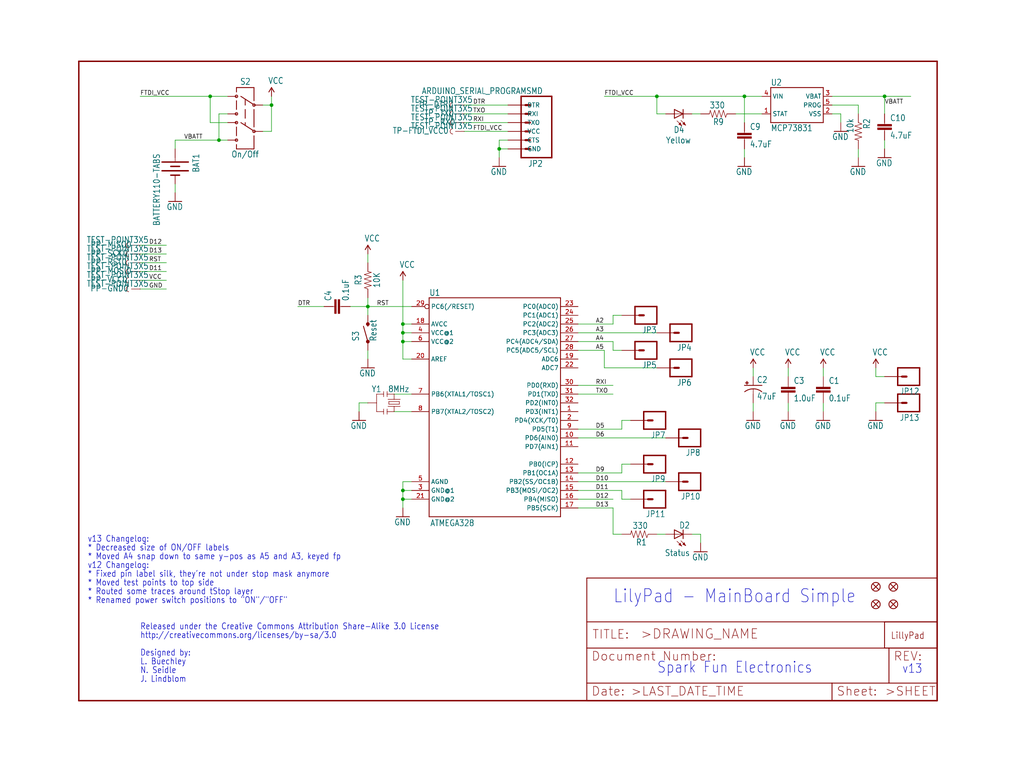
<source format=kicad_sch>
(kicad_sch (version 20211123) (generator eeschema)
  (paper "User" 297.002 223.926)
  (lib_symbols
    (symbol "eagleSchem-eagle-import:ARDUINO_SERIAL_PROGRAMSMD"
      (property "Reference" "JP" (at -5.08 10.922 0))
      (property "Value" "ARDUINO_SERIAL_PROGRAMSMD" (at -5.08 -10.16 0))
      (symbol "ARDUINO_SERIAL_PROGRAMSMD_1_0"
        (polyline (pts (xy -7.62 10.16) (xy -7.62 -7.62)) (stroke (width 0.4064)))
        (polyline (pts (xy -7.62 10.16) (xy 1.27 10.16)) (stroke (width 0.4064)))
        (polyline (pts (xy -1.27 -5.08) (xy 0 -5.08)) (stroke (width 0.6096)))
        (polyline (pts (xy -1.27 -2.54) (xy 0 -2.54)) (stroke (width 0.6096)))
        (polyline (pts (xy -1.27 0) (xy 0 0)) (stroke (width 0.6096)))
        (polyline (pts (xy -1.27 2.54) (xy 0 2.54)) (stroke (width 0.6096)))
        (polyline (pts (xy -1.27 5.08) (xy 0 5.08)) (stroke (width 0.6096)))
        (polyline (pts (xy -1.27 7.62) (xy 0 7.62)) (stroke (width 0.6096)))
        (polyline (pts (xy 1.27 -7.62) (xy -7.62 -7.62)) (stroke (width 0.4064)))
        (polyline (pts (xy 1.27 -7.62) (xy 1.27 10.16)) (stroke (width 0.4064)))
        (pin passive line (at 5.08 -5.08 180) (length 5.08) (name "DTR") (number "1"))
        (pin passive line (at 5.08 -2.54 180) (length 5.08) (name "RXI") (number "2"))
        (pin passive line (at 5.08 0 180) (length 5.08) (name "TXO") (number "3"))
        (pin passive line (at 5.08 2.54 180) (length 5.08) (name "VCC") (number "4"))
        (pin passive line (at 5.08 5.08 180) (length 5.08) (name "CTS") (number "5"))
        (pin passive line (at 5.08 7.62 180) (length 5.08) (name "GND") (number "6"))
      )
    )
    (symbol "eagleSchem-eagle-import:ATMEGA168"
      (property "Reference" "U" (at -17.78 -38.1 0))
      (property "Value" "ATMEGA168" (at -17.78 28.448 0))
      (symbol "ATMEGA168_1_0"
        (polyline (pts (xy -17.78 -35.56) (xy -17.78 27.94)) (stroke (width 0.254)))
        (polyline (pts (xy -17.78 27.94) (xy 20.32 27.94)) (stroke (width 0.254)))
        (polyline (pts (xy 20.32 -35.56) (xy -17.78 -35.56)) (stroke (width 0.254)))
        (polyline (pts (xy 20.32 27.94) (xy 20.32 -35.56)) (stroke (width 0.254)))
        (pin bidirectional line (at 25.4 -5.08 180) (length 5.08) (name "PD3(INT1)") (number "1"))
        (pin bidirectional line (at 25.4 -12.7 180) (length 5.08) (name "PD6(AIN0)") (number "10"))
        (pin bidirectional line (at 25.4 -15.24 180) (length 5.08) (name "PD7(AIN1)") (number "11"))
        (pin bidirectional line (at 25.4 -20.32 180) (length 5.08) (name "PB0(ICP)") (number "12"))
        (pin bidirectional line (at 25.4 -22.86 180) (length 5.08) (name "PB1(OC1A)") (number "13"))
        (pin bidirectional line (at 25.4 -25.4 180) (length 5.08) (name "PB2(SS/OC1B)") (number "14"))
        (pin bidirectional line (at 25.4 -27.94 180) (length 5.08) (name "PB3(MOSI/OC2)") (number "15"))
        (pin bidirectional line (at 25.4 -30.48 180) (length 5.08) (name "PB4(MISO)") (number "16"))
        (pin bidirectional line (at 25.4 -33.02 180) (length 5.08) (name "PB5(SCK)") (number "17"))
        (pin bidirectional line (at -22.86 20.32 0) (length 5.08) (name "AVCC") (number "18"))
        (pin bidirectional line (at 25.4 10.16 180) (length 5.08) (name "ADC6") (number "19"))
        (pin bidirectional line (at 25.4 -7.62 180) (length 5.08) (name "PD4(XCK/T0)") (number "2"))
        (pin bidirectional line (at -22.86 10.16 0) (length 5.08) (name "AREF") (number "20"))
        (pin bidirectional line (at -22.86 -30.48 0) (length 5.08) (name "GND@2") (number "21"))
        (pin bidirectional line (at 25.4 7.62 180) (length 5.08) (name "ADC7") (number "22"))
        (pin bidirectional line (at 25.4 25.4 180) (length 5.08) (name "PC0(ADC0)") (number "23"))
        (pin bidirectional line (at 25.4 22.86 180) (length 5.08) (name "PC1(ADC1)") (number "24"))
        (pin bidirectional line (at 25.4 20.32 180) (length 5.08) (name "PC2(ADC2)") (number "25"))
        (pin bidirectional line (at 25.4 17.78 180) (length 5.08) (name "PC3(ADC3)") (number "26"))
        (pin bidirectional line (at 25.4 15.24 180) (length 5.08) (name "PC4(ADC4/SDA)") (number "27"))
        (pin bidirectional line (at 25.4 12.7 180) (length 5.08) (name "PC5(ADC5/SCL)") (number "28"))
        (pin bidirectional inverted (at -22.86 25.4 0) (length 5.08) (name "PC6(/RESET)") (number "29"))
        (pin bidirectional line (at -22.86 -27.94 0) (length 5.08) (name "GND@1") (number "3"))
        (pin bidirectional line (at 25.4 2.54 180) (length 5.08) (name "PD0(RXD)") (number "30"))
        (pin bidirectional line (at 25.4 0 180) (length 5.08) (name "PD1(TXD)") (number "31"))
        (pin bidirectional line (at 25.4 -2.54 180) (length 5.08) (name "PD2(INT0)") (number "32"))
        (pin bidirectional line (at -22.86 17.78 0) (length 5.08) (name "VCC@1") (number "4"))
        (pin bidirectional line (at -22.86 -25.4 0) (length 5.08) (name "AGND") (number "5"))
        (pin bidirectional line (at -22.86 15.24 0) (length 5.08) (name "VCC@2") (number "6"))
        (pin bidirectional line (at -22.86 0 0) (length 5.08) (name "PB6(XTAL1/TOSC1)") (number "7"))
        (pin bidirectional line (at -22.86 -5.08 0) (length 5.08) (name "PB7(XTAL2/TOSC2)") (number "8"))
        (pin bidirectional line (at 25.4 -10.16 180) (length 5.08) (name "PD5(T1)") (number "9"))
      )
    )
    (symbol "eagleSchem-eagle-import:AYZ0202"
      (property "Value" "AYZ0202" (at -2.54 -12.7 0))
      (symbol "AYZ0202_1_0"
        (circle (center -2.54 -5.08) (radius 0.3592) (stroke (width 0.254)))
        (circle (center -2.54 2.54) (radius 0.3592) (stroke (width 0.254)))
        (polyline (pts (xy -2.54 -10.16) (xy 2.54 -10.16)) (stroke (width 0.254)))
        (polyline (pts (xy -2.54 -6.35) (xy -2.54 -10.16)) (stroke (width 0.254)))
        (polyline (pts (xy -2.54 1.27) (xy -2.54 -3.81)) (stroke (width 0.254)))
        (polyline (pts (xy -2.54 7.62) (xy -2.54 3.81)) (stroke (width 0.254)))
        (polyline (pts (xy -2.286 -4.826) (xy 1.27 -2.54)) (stroke (width 0.254)))
        (polyline (pts (xy 0 -2.54) (xy 0 -3.302)) (stroke (width 0.254)))
        (polyline (pts (xy 0 1.27) (xy 0 -1.27)) (stroke (width 0.254)))
        (polyline (pts (xy 0 4.064) (xy 0 2.54)) (stroke (width 0.254)))
        (polyline (pts (xy 1.27 5.08) (xy -2.286 2.794)) (stroke (width 0.254)))
        (polyline (pts (xy 2.54 -10.16) (xy 2.54 -8.89)) (stroke (width 0.254)))
        (polyline (pts (xy 2.54 -6.35) (xy 2.54 -3.81)) (stroke (width 0.254)))
        (polyline (pts (xy 2.54 3.81) (xy 2.54 1.27)) (stroke (width 0.254)))
        (polyline (pts (xy 2.54 6.35) (xy 2.54 7.62)) (stroke (width 0.254)))
        (polyline (pts (xy 2.54 7.62) (xy -2.54 7.62)) (stroke (width 0.254)))
        (circle (center 2.54 -7.62) (radius 0.3592) (stroke (width 0.254)))
        (circle (center 2.54 -2.54) (radius 0.3592) (stroke (width 0.254)))
        (circle (center 2.54 0) (radius 0.3592) (stroke (width 0.254)))
        (circle (center 2.54 5.08) (radius 0.3592) (stroke (width 0.254)))
        (pin bidirectional line (at 5.08 0 180) (length 2.54) (name "3") (number "1"))
        (pin bidirectional line (at -5.08 2.54 0) (length 2.54) (name "2") (number "2"))
        (pin bidirectional line (at 5.08 5.08 180) (length 2.54) (name "1") (number "3"))
        (pin bidirectional line (at 5.08 -7.62 180) (length 2.54) (name "6") (number "4"))
        (pin bidirectional line (at -5.08 -5.08 0) (length 2.54) (name "5") (number "5"))
        (pin bidirectional line (at 5.08 -2.54 180) (length 2.54) (name "4") (number "6"))
      )
    )
    (symbol "eagleSchem-eagle-import:BATTERY110-TABS"
      (property "Reference" "BAT" (at -3.81 5.08 0))
      (property "Value" "BATTERY110-TABS" (at -3.81 -6.35 0))
      (symbol "BATTERY110-TABS_1_0"
        (polyline (pts (xy -2.54 0) (xy -1.524 0)) (stroke (width 0.1524)))
        (polyline (pts (xy -1.27 3.81) (xy -1.27 -3.81)) (stroke (width 0.4064)))
        (polyline (pts (xy 0 1.27) (xy 0 -1.27)) (stroke (width 0.4064)))
        (polyline (pts (xy 1.27 3.81) (xy 1.27 -3.81)) (stroke (width 0.4064)))
        (polyline (pts (xy 2.54 1.27) (xy 2.54 -1.27)) (stroke (width 0.4064)))
        (pin power_in line (at -5.08 0 0) (length 2.54) (name "+") (number "+"))
        (pin power_in line (at 5.08 0 180) (length 2.54) (name "-") (number "-"))
      )
    )
    (symbol "eagleSchem-eagle-import:CAP0402-CAP"
      (property "Reference" "C" (at 1.524 2.921 0))
      (property "Value" "CAP0402-CAP" (at 1.524 -2.159 0))
      (symbol "CAP0402-CAP_1_0"
        (rectangle (start -2.032 0.508) (end 2.032 1.016) (fill (type outline)))
        (rectangle (start -2.032 1.524) (end 2.032 2.032) (fill (type outline)))
        (polyline (pts (xy 0 0) (xy 0 0.508)) (stroke (width 0.1524)))
        (polyline (pts (xy 0 2.54) (xy 0 2.032)) (stroke (width 0.1524)))
        (pin passive line (at 0 5.08 270) (length 2.54) (name "1") (number "1"))
        (pin passive line (at 0 -2.54 90) (length 2.54) (name "2") (number "2"))
      )
    )
    (symbol "eagleSchem-eagle-import:CAP_POL3528"
      (property "Reference" "C" (at 1.016 0.635 0))
      (property "Value" "CAP_POL3528" (at 1.016 -4.191 0))
      (symbol "CAP_POL3528_1_0"
        (rectangle (start -2.253 0.668) (end -1.364 0.795) (fill (type outline)))
        (rectangle (start -1.872 0.287) (end -1.745 1.176) (fill (type outline)))
        (arc (start 0 -1.0161) (mid -1.3021 -1.2302) (end -2.4669 -1.8504) (stroke (width 0.254)))
        (polyline (pts (xy -2.54 0) (xy 2.54 0)) (stroke (width 0.254)))
        (polyline (pts (xy 0 -1.016) (xy 0 -2.54)) (stroke (width 0.1524)))
        (arc (start 2.4892 -1.8542) (mid 1.3158 -1.2195) (end 0 -1) (stroke (width 0.254)))
        (pin passive line (at 0 2.54 270) (length 2.54) (name "+") (number "A"))
        (pin passive line (at 0 -5.08 90) (length 2.54) (name "-") (number "C"))
      )
    )
    (symbol "eagleSchem-eagle-import:FIDUCIALUFIDUCIAL"
      (symbol "FIDUCIALUFIDUCIAL_1_0"
        (polyline (pts (xy -0.762 0.762) (xy 0.762 -0.762)) (stroke (width 0.254)))
        (polyline (pts (xy 0.762 0.762) (xy -0.762 -0.762)) (stroke (width 0.254)))
        (circle (center 0 0) (radius 1.27) (stroke (width 0.254)))
      )
    )
    (symbol "eagleSchem-eagle-import:FRAME-LETTER"
      (symbol "FRAME-LETTER_1_0"
        (polyline (pts (xy 0 0) (xy 248.92 0)) (stroke (width 0.4064)))
        (polyline (pts (xy 0 185.42) (xy 0 0)) (stroke (width 0.4064)))
        (polyline (pts (xy 0 185.42) (xy 248.92 185.42)) (stroke (width 0.4064)))
        (polyline (pts (xy 248.92 185.42) (xy 248.92 0)) (stroke (width 0.4064)))
      )
      (symbol "FRAME-LETTER_2_0"
        (polyline (pts (xy 0 0) (xy 0 5.08)) (stroke (width 0.254)))
        (polyline (pts (xy 0 0) (xy 71.12 0)) (stroke (width 0.254)))
        (polyline (pts (xy 0 5.08) (xy 0 15.24)) (stroke (width 0.254)))
        (polyline (pts (xy 0 5.08) (xy 71.12 5.08)) (stroke (width 0.254)))
        (polyline (pts (xy 0 15.24) (xy 0 22.86)) (stroke (width 0.254)))
        (polyline (pts (xy 0 22.86) (xy 0 35.56)) (stroke (width 0.254)))
        (polyline (pts (xy 0 22.86) (xy 101.6 22.86)) (stroke (width 0.254)))
        (polyline (pts (xy 71.12 0) (xy 101.6 0)) (stroke (width 0.254)))
        (polyline (pts (xy 71.12 5.08) (xy 71.12 0)) (stroke (width 0.254)))
        (polyline (pts (xy 71.12 5.08) (xy 87.63 5.08)) (stroke (width 0.254)))
        (polyline (pts (xy 87.63 5.08) (xy 101.6 5.08)) (stroke (width 0.254)))
        (polyline (pts (xy 87.63 15.24) (xy 0 15.24)) (stroke (width 0.254)))
        (polyline (pts (xy 87.63 15.24) (xy 87.63 5.08)) (stroke (width 0.254)))
        (polyline (pts (xy 101.6 5.08) (xy 101.6 0)) (stroke (width 0.254)))
        (polyline (pts (xy 101.6 15.24) (xy 87.63 15.24)) (stroke (width 0.254)))
        (polyline (pts (xy 101.6 15.24) (xy 101.6 5.08)) (stroke (width 0.254)))
        (polyline (pts (xy 101.6 22.86) (xy 101.6 15.24)) (stroke (width 0.254)))
        (polyline (pts (xy 101.6 35.56) (xy 0 35.56)) (stroke (width 0.254)))
        (polyline (pts (xy 101.6 35.56) (xy 101.6 22.86)) (stroke (width 0.254)))
        (text ">DRAWING_NAME" (at 15.494 17.78 0) (effects (font (size 2.7432 2.7432)) (justify left bottom)))
        (text ">LAST_DATE_TIME" (at 12.7 1.27 0) (effects (font (size 2.54 2.54)) (justify left bottom)))
        (text ">SHEET" (at 86.36 1.27 0) (effects (font (size 2.54 2.54)) (justify left bottom)))
        (text "Date:" (at 1.27 1.27 0) (effects (font (size 2.54 2.54)) (justify left bottom)))
        (text "Document Number:" (at 1.27 11.43 0) (effects (font (size 2.54 2.54)) (justify left bottom)))
        (text "REV:" (at 88.9 11.43 0) (effects (font (size 2.54 2.54)) (justify left bottom)))
        (text "Sheet:" (at 72.39 1.27 0) (effects (font (size 2.54 2.54)) (justify left bottom)))
        (text "TITLE:" (at 1.524 17.78 0) (effects (font (size 2.54 2.54)) (justify left bottom)))
      )
    )
    (symbol "eagleSchem-eagle-import:GND" (power)
      (property "Value" "GND" (at -2.54 -2.54 0))
      (symbol "GND_1_0"
        (polyline (pts (xy -1.905 0) (xy 1.905 0)) (stroke (width 0.254)))
        (pin power_in line (at 0 2.54 270) (length 2.54) (name "GND") (number "1"))
      )
    )
    (symbol "eagleSchem-eagle-import:LED0603"
      (property "Reference" "LED" (at 3.556 -4.572 90))
      (property "Value" "LED0603" (at 5.715 -4.572 90))
      (symbol "LED0603_1_0"
        (polyline (pts (xy -2.032 -0.762) (xy -3.429 -2.159)) (stroke (width 0.1524)))
        (polyline (pts (xy -1.905 -1.905) (xy -3.302 -3.302)) (stroke (width 0.1524)))
        (polyline (pts (xy 0 -2.54) (xy -1.27 -2.54)) (stroke (width 0.254)))
        (polyline (pts (xy 0 -2.54) (xy -1.27 0)) (stroke (width 0.254)))
        (polyline (pts (xy 0 0) (xy -1.27 0)) (stroke (width 0.254)))
        (polyline (pts (xy 0 0) (xy 0 -2.54)) (stroke (width 0.1524)))
        (polyline (pts (xy 1.27 -2.54) (xy 0 -2.54)) (stroke (width 0.254)))
        (polyline (pts (xy 1.27 0) (xy 0 -2.54)) (stroke (width 0.254)))
        (polyline (pts (xy 1.27 0) (xy 0 0)) (stroke (width 0.254)))
        (polyline (pts (xy -3.429 -2.159) (xy -3.048 -1.27) (xy -2.54 -1.778)) (fill (type outline)))
        (polyline (pts (xy -3.302 -3.302) (xy -2.921 -2.413) (xy -2.413 -2.921)) (fill (type outline)))
        (pin passive line (at 0 2.54 270) (length 2.54) (name "A") (number "A"))
        (pin passive line (at 0 -5.08 90) (length 2.54) (name "C") (number "C"))
      )
    )
    (symbol "eagleSchem-eagle-import:LOGO-LPLP"
      (symbol "LOGO-LPLP_1_0"
        (polyline (pts (xy -2.54 -2.54) (xy 12.7 -2.54)) (stroke (width 0.254)))
        (polyline (pts (xy -2.54 5.08) (xy -2.54 -2.54)) (stroke (width 0.254)))
        (polyline (pts (xy 12.7 -2.54) (xy 12.7 5.08)) (stroke (width 0.254)))
        (polyline (pts (xy 12.7 5.08) (xy -2.54 5.08)) (stroke (width 0.254)))
        (text "LillyPad" (at -0.762 0 0) (effects (font (size 1.9304 1.6408)) (justify left bottom)))
      )
    )
    (symbol "eagleSchem-eagle-import:M01SNAP-FEMALE"
      (property "Reference" "JP" (at -2.54 3.302 0))
      (property "Value" "M01SNAP-FEMALE" (at -2.54 -5.08 0))
      (symbol "M01SNAP-FEMALE_1_0"
        (polyline (pts (xy -2.54 2.54) (xy -2.54 -2.54)) (stroke (width 0.4064)))
        (polyline (pts (xy -2.54 2.54) (xy 3.81 2.54)) (stroke (width 0.4064)))
        (polyline (pts (xy 1.27 0) (xy 2.54 0)) (stroke (width 0.6096)))
        (polyline (pts (xy 3.81 -2.54) (xy -2.54 -2.54)) (stroke (width 0.4064)))
        (polyline (pts (xy 3.81 -2.54) (xy 3.81 2.54)) (stroke (width 0.4064)))
        (pin passive line (at 7.62 0 180) (length 5.08) (name "1") (number "1"))
      )
    )
    (symbol "eagleSchem-eagle-import:MCP73831"
      (property "Reference" "U" (at -7.62 5.588 0))
      (property "Value" "MCP73831" (at -7.62 -7.62 0))
      (symbol "MCP73831_1_0"
        (polyline (pts (xy -7.62 -5.08) (xy -7.62 5.08)) (stroke (width 0.254)))
        (polyline (pts (xy -7.62 5.08) (xy 7.62 5.08)) (stroke (width 0.254)))
        (polyline (pts (xy 7.62 -5.08) (xy -7.62 -5.08)) (stroke (width 0.254)))
        (polyline (pts (xy 7.62 5.08) (xy 7.62 -5.08)) (stroke (width 0.254)))
        (pin output line (at -10.16 -2.54 0) (length 2.54) (name "STAT") (number "1"))
        (pin power_in line (at 10.16 -2.54 180) (length 2.54) (name "VSS") (number "2"))
        (pin power_in line (at 10.16 2.54 180) (length 2.54) (name "VBAT") (number "3"))
        (pin power_in line (at -10.16 2.54 0) (length 2.54) (name "VIN") (number "4"))
        (pin input line (at 10.16 0 180) (length 2.54) (name "PROG") (number "5"))
      )
    )
    (symbol "eagleSchem-eagle-import:RESISTOR0402-RES"
      (property "Reference" "R" (at -3.81 1.4986 0))
      (property "Value" "RESISTOR0402-RES" (at -3.81 -3.302 0))
      (symbol "RESISTOR0402-RES_1_0"
        (polyline (pts (xy -2.54 0) (xy -2.159 1.016)) (stroke (width 0.1524)))
        (polyline (pts (xy -2.159 1.016) (xy -1.524 -1.016)) (stroke (width 0.1524)))
        (polyline (pts (xy -1.524 -1.016) (xy -0.889 1.016)) (stroke (width 0.1524)))
        (polyline (pts (xy -0.889 1.016) (xy -0.254 -1.016)) (stroke (width 0.1524)))
        (polyline (pts (xy -0.254 -1.016) (xy 0.381 1.016)) (stroke (width 0.1524)))
        (polyline (pts (xy 0.381 1.016) (xy 1.016 -1.016)) (stroke (width 0.1524)))
        (polyline (pts (xy 1.016 -1.016) (xy 1.651 1.016)) (stroke (width 0.1524)))
        (polyline (pts (xy 1.651 1.016) (xy 2.286 -1.016)) (stroke (width 0.1524)))
        (polyline (pts (xy 2.286 -1.016) (xy 2.54 0)) (stroke (width 0.1524)))
        (pin passive line (at -5.08 0 0) (length 2.54) (name "1") (number "1"))
        (pin passive line (at 5.08 0 180) (length 2.54) (name "2") (number "2"))
      )
    )
    (symbol "eagleSchem-eagle-import:RESONATORSMD"
      (property "Reference" "Y" (at 2.54 1.016 0))
      (property "Value" "RESONATORSMD" (at 2.54 -7.62 0))
      (symbol "RESONATORSMD_1_0"
        (polyline (pts (xy -2.54 -3.048) (xy -3.302 -3.048)) (stroke (width 0.1524)))
        (polyline (pts (xy -2.54 -3.048) (xy -2.54 -5.08)) (stroke (width 0.1524)))
        (polyline (pts (xy -2.54 -2.032) (xy -3.302 -2.032)) (stroke (width 0.1524)))
        (polyline (pts (xy -2.54 -2.032) (xy -2.54 0)) (stroke (width 0.1524)))
        (polyline (pts (xy -2.54 0) (xy -1.016 0)) (stroke (width 0.1524)))
        (polyline (pts (xy -1.778 -3.048) (xy -2.54 -3.048)) (stroke (width 0.1524)))
        (polyline (pts (xy -1.778 -2.032) (xy -2.54 -2.032)) (stroke (width 0.1524)))
        (polyline (pts (xy -1.016 0) (xy -1.016 -1.778)) (stroke (width 0.1524)))
        (polyline (pts (xy -1.016 1.778) (xy -1.016 0)) (stroke (width 0.1524)))
        (polyline (pts (xy -0.381 -1.524) (xy 0.381 -1.524)) (stroke (width 0.1524)))
        (polyline (pts (xy -0.381 1.524) (xy -0.381 -1.524)) (stroke (width 0.1524)))
        (polyline (pts (xy 0 -5.08) (xy -2.54 -5.08)) (stroke (width 0.1524)))
        (polyline (pts (xy 0 -5.08) (xy 0 -7.62)) (stroke (width 0.1524)))
        (polyline (pts (xy 0.381 -1.524) (xy 0.381 1.524)) (stroke (width 0.1524)))
        (polyline (pts (xy 0.381 1.524) (xy -0.381 1.524)) (stroke (width 0.1524)))
        (polyline (pts (xy 1.016 0) (xy 1.016 -1.778)) (stroke (width 0.1524)))
        (polyline (pts (xy 1.016 0) (xy 2.54 0)) (stroke (width 0.1524)))
        (polyline (pts (xy 1.016 1.778) (xy 1.016 0)) (stroke (width 0.1524)))
        (polyline (pts (xy 2.54 -5.08) (xy 0 -5.08)) (stroke (width 0.1524)))
        (polyline (pts (xy 2.54 -3.048) (xy 1.778 -3.048)) (stroke (width 0.1524)))
        (polyline (pts (xy 2.54 -3.048) (xy 2.54 -5.08)) (stroke (width 0.1524)))
        (polyline (pts (xy 2.54 -2.032) (xy 1.778 -2.032)) (stroke (width 0.1524)))
        (polyline (pts (xy 2.54 0) (xy 2.54 -2.032)) (stroke (width 0.1524)))
        (polyline (pts (xy 3.302 -3.048) (xy 2.54 -3.048)) (stroke (width 0.1524)))
        (polyline (pts (xy 3.302 -2.032) (xy 2.54 -2.032)) (stroke (width 0.1524)))
        (pin passive line (at -2.54 0 0) (length 0) (name "1") (number "1"))
        (pin passive line (at 0 -7.62 90) (length 0) (name "2") (number "2"))
        (pin passive line (at 2.54 0 180) (length 0) (name "3") (number "3"))
      )
    )
    (symbol "eagleSchem-eagle-import:SWITCH-MOMENTARY-2SMD"
      (property "Reference" "S" (at -2.54 2.54 0))
      (property "Value" "SWITCH-MOMENTARY-2SMD" (at -2.54 -2.54 0))
      (symbol "SWITCH-MOMENTARY-2SMD_1_0"
        (circle (center -2.54 0) (radius 0.127) (stroke (width 0.4064)))
        (polyline (pts (xy -2.54 0) (xy 1.905 1.27)) (stroke (width 0.254)))
        (polyline (pts (xy 1.905 0) (xy 2.54 0)) (stroke (width 0.254)))
        (circle (center 2.54 0) (radius 0.127) (stroke (width 0.4064)))
        (pin passive line (at -5.08 0 0) (length 2.54) (name "1") (number "1"))
        (pin passive line (at 5.08 0 180) (length 2.54) (name "2") (number "3"))
      )
    )
    (symbol "eagleSchem-eagle-import:TEST-POINT3X5"
      (property "Reference" "TP" (at -2.54 2.54 0))
      (property "Value" "TEST-POINT3X5" (at -2.54 -2.54 0))
      (symbol "TEST-POINT3X5_1_0"
        (polyline (pts (xy 2.54 0) (xy 0 0)) (stroke (width 0.1524)))
        (arc (start 3.302 -0.762) (mid 4.064 0) (end 3.302 0.762) (stroke (width 0.1524)))
        (pin bidirectional line (at 0 0 180) (length 0) (name "1") (number "P$1"))
      )
    )
    (symbol "eagleSchem-eagle-import:VCC" (power)
      (property "Value" "VCC" (at -1.016 3.556 0))
      (symbol "VCC_1_0"
        (polyline (pts (xy 0 2.54) (xy -0.762 1.27)) (stroke (width 0.254)))
        (polyline (pts (xy 0.762 1.27) (xy 0 2.54)) (stroke (width 0.254)))
        (pin power_in line (at 0 0 90) (length 2.54) (name "VCC") (number "1"))
      )
    )
  )
  (junction (at 256.54 27.94))
  (junction (at 116.84 93.98))
  (junction (at 190.5 27.94))
  (junction (at 215.9 27.94))
  (junction (at 78.74 30.48))
  (junction (at 116.84 144.78))
  (junction (at 116.84 99.06))
  (junction (at 116.84 96.52))
  (junction (at 144.78 43.18))
  (junction (at 106.68 88.9))
  (junction (at 63.5 40.64))
  (junction (at 116.84 142.24))
  (junction (at 60.96 27.94))
  (wire (pts (xy 248.92 30.48) (xy 248.92 33.02)))
  (wire (pts (xy 119.38 144.78) (xy 116.84 144.78)))
  (wire (pts (xy 167.64 139.7) (xy 193.04 139.7)))
  (wire (pts (xy 200.66 33.02) (xy 203.2 33.02)))
  (wire (pts (xy 167.64 142.24) (xy 180.34 142.24)))
  (wire (pts (xy 50.8 43.18) (xy 50.8 40.64)))
  (wire (pts (xy 119.38 139.7) (xy 116.84 139.7)))
  (wire (pts (xy 60.96 35.56) (xy 60.96 27.94)))
  (wire (pts (xy 182.88 134.62) (xy 180.34 134.62)))
  (wire (pts (xy 40.64 78.74) (xy 48.26 78.74)))
  (wire (pts (xy 66.04 27.94) (xy 60.96 27.94)))
  (wire (pts (xy 116.84 144.78) (xy 116.84 147.32)))
  (wire (pts (xy 40.64 81.28) (xy 48.26 81.28)))
  (wire (pts (xy 40.64 71.12) (xy 48.26 71.12)))
  (wire (pts (xy 147.32 38.1) (xy 134.62 38.1)))
  (wire (pts (xy 60.96 27.94) (xy 40.64 27.94)))
  (wire (pts (xy 256.54 43.18) (xy 256.54 40.64)))
  (wire (pts (xy 177.8 154.94) (xy 180.34 154.94)))
  (wire (pts (xy 40.64 83.82) (xy 48.26 83.82)))
  (wire (pts (xy 215.9 35.56) (xy 215.9 27.94)))
  (wire (pts (xy 40.64 73.66) (xy 48.26 73.66)))
  (wire (pts (xy 66.04 35.56) (xy 60.96 35.56)))
  (wire (pts (xy 180.34 91.44) (xy 177.8 91.44)))
  (wire (pts (xy 177.8 93.98) (xy 167.64 93.98)))
  (wire (pts (xy 243.84 33.02) (xy 243.84 35.56)))
  (wire (pts (xy 104.14 119.38) (xy 104.14 116.84)))
  (wire (pts (xy 182.88 121.92) (xy 180.34 121.92)))
  (wire (pts (xy 167.64 127) (xy 193.04 127)))
  (wire (pts (xy 116.84 139.7) (xy 116.84 142.24)))
  (wire (pts (xy 241.3 27.94) (xy 256.54 27.94)))
  (wire (pts (xy 238.76 119.38) (xy 238.76 116.84)))
  (wire (pts (xy 106.68 88.9) (xy 119.38 88.9)))
  (wire (pts (xy 180.34 142.24) (xy 180.34 144.78)))
  (wire (pts (xy 144.78 45.72) (xy 144.78 43.18)))
  (wire (pts (xy 119.38 119.38) (xy 114.3 119.38)))
  (wire (pts (xy 147.32 35.56) (xy 134.62 35.56)))
  (wire (pts (xy 50.8 55.88) (xy 50.8 53.34)))
  (wire (pts (xy 241.3 33.02) (xy 243.84 33.02)))
  (wire (pts (xy 116.84 104.14) (xy 119.38 104.14)))
  (wire (pts (xy 147.32 30.48) (xy 134.62 30.48)))
  (wire (pts (xy 116.84 142.24) (xy 116.84 144.78)))
  (wire (pts (xy 177.8 101.6) (xy 177.8 99.06)))
  (wire (pts (xy 248.92 45.72) (xy 248.92 43.18)))
  (wire (pts (xy 167.64 111.76) (xy 177.8 111.76)))
  (wire (pts (xy 220.98 27.94) (xy 215.9 27.94)))
  (wire (pts (xy 175.26 106.68) (xy 175.26 101.6)))
  (wire (pts (xy 78.74 38.1) (xy 78.74 30.48)))
  (wire (pts (xy 76.2 38.1) (xy 78.74 38.1)))
  (wire (pts (xy 228.6 119.38) (xy 228.6 116.84)))
  (wire (pts (xy 104.14 116.84) (xy 106.68 116.84)))
  (wire (pts (xy 180.34 144.78) (xy 182.88 144.78)))
  (wire (pts (xy 106.68 101.6) (xy 106.68 104.14)))
  (wire (pts (xy 190.5 33.02) (xy 190.5 27.94)))
  (wire (pts (xy 63.5 40.64) (xy 50.8 40.64)))
  (wire (pts (xy 116.84 96.52) (xy 116.84 93.98)))
  (wire (pts (xy 106.68 88.9) (xy 106.68 91.44)))
  (wire (pts (xy 190.5 96.52) (xy 167.64 96.52)))
  (wire (pts (xy 175.26 101.6) (xy 167.64 101.6)))
  (wire (pts (xy 203.2 157.48) (xy 203.2 154.94)))
  (wire (pts (xy 177.8 147.32) (xy 177.8 154.94)))
  (wire (pts (xy 180.34 134.62) (xy 180.34 137.16)))
  (wire (pts (xy 93.98 88.9) (xy 86.36 88.9)))
  (wire (pts (xy 78.74 30.48) (xy 78.74 27.94)))
  (wire (pts (xy 147.32 33.02) (xy 134.62 33.02)))
  (wire (pts (xy 116.84 99.06) (xy 116.84 104.14)))
  (wire (pts (xy 167.64 144.78) (xy 177.8 144.78)))
  (wire (pts (xy 215.9 43.18) (xy 215.9 45.72)))
  (wire (pts (xy 193.04 33.02) (xy 190.5 33.02)))
  (wire (pts (xy 190.5 154.94) (xy 193.04 154.94)))
  (wire (pts (xy 203.2 154.94) (xy 200.66 154.94)))
  (wire (pts (xy 180.34 101.6) (xy 177.8 101.6)))
  (wire (pts (xy 106.68 76.2) (xy 106.68 73.66)))
  (wire (pts (xy 254 116.84) (xy 254 119.38)))
  (wire (pts (xy 190.5 106.68) (xy 175.26 106.68)))
  (wire (pts (xy 119.38 93.98) (xy 116.84 93.98)))
  (wire (pts (xy 254 106.68) (xy 254 109.22)))
  (wire (pts (xy 180.34 137.16) (xy 167.64 137.16)))
  (wire (pts (xy 167.64 147.32) (xy 177.8 147.32)))
  (wire (pts (xy 119.38 114.3) (xy 114.3 114.3)))
  (wire (pts (xy 177.8 91.44) (xy 177.8 93.98)))
  (wire (pts (xy 213.36 33.02) (xy 220.98 33.02)))
  (wire (pts (xy 180.34 124.46) (xy 167.64 124.46)))
  (wire (pts (xy 144.78 43.18) (xy 144.78 40.64)))
  (wire (pts (xy 190.5 27.94) (xy 175.26 27.94)))
  (wire (pts (xy 218.44 106.68) (xy 218.44 109.22)))
  (wire (pts (xy 254 109.22) (xy 256.54 109.22)))
  (wire (pts (xy 256.54 27.94) (xy 264.16 27.94)))
  (wire (pts (xy 119.38 99.06) (xy 116.84 99.06)))
  (wire (pts (xy 256.54 33.02) (xy 256.54 27.94)))
  (wire (pts (xy 177.8 99.06) (xy 167.64 99.06)))
  (wire (pts (xy 218.44 119.38) (xy 218.44 116.84)))
  (wire (pts (xy 180.34 121.92) (xy 180.34 124.46)))
  (wire (pts (xy 167.64 114.3) (xy 177.8 114.3)))
  (wire (pts (xy 116.84 99.06) (xy 116.84 96.52)))
  (wire (pts (xy 254 116.84) (xy 256.54 116.84)))
  (wire (pts (xy 66.04 33.02) (xy 63.5 33.02)))
  (wire (pts (xy 147.32 40.64) (xy 144.78 40.64)))
  (wire (pts (xy 215.9 27.94) (xy 190.5 27.94)))
  (wire (pts (xy 238.76 106.68) (xy 238.76 109.22)))
  (wire (pts (xy 40.64 76.2) (xy 48.26 76.2)))
  (wire (pts (xy 63.5 33.02) (xy 63.5 40.64)))
  (wire (pts (xy 119.38 142.24) (xy 116.84 142.24)))
  (wire (pts (xy 106.68 86.36) (xy 106.68 88.9)))
  (wire (pts (xy 76.2 30.48) (xy 78.74 30.48)))
  (wire (pts (xy 147.32 43.18) (xy 144.78 43.18)))
  (wire (pts (xy 101.6 88.9) (xy 106.68 88.9)))
  (wire (pts (xy 116.84 93.98) (xy 116.84 81.28)))
  (wire (pts (xy 119.38 96.52) (xy 116.84 96.52)))
  (wire (pts (xy 241.3 30.48) (xy 248.92 30.48)))
  (wire (pts (xy 66.04 40.64) (xy 63.5 40.64)))
  (wire (pts (xy 228.6 106.68) (xy 228.6 109.22)))
  (text "* Routed some traces around tStop layer" (at 25.4 172.72 180) (effects (font (size 1.778 1.5113)) (justify left bottom)))
  (text "Designed by:" (at 40.64 190.5 180) (effects (font (size 1.778 1.5113)) (justify left bottom)))
  (text "v13 Changelog:" (at 25.4 157.48 180) (effects (font (size 1.778 1.5113)) (justify left bottom)))
  (text "Spark Fun Electronics" (at 190.5 195.58 180) (effects (font (size 3.175 2.6987)) (justify left bottom)))
  (text "* Decreased size of ON/OFF labels" (at 25.4 160.02 180) (effects (font (size 1.778 1.5113)) (justify left bottom)))
  (text "Released under the Creative Commons Attribution Share-Alike 3.0 License" (at 40.64 182.88 0) (effects (font (size 1.778 1.5113)) (justify left bottom)))
  (text "* Renamed power switch positions to \"ON\"/\"OFF\"" (at 25.4 175.26 180) (effects (font (size 1.778 1.5113)) (justify left bottom)))
  (text "* Fixed pin label silk, they're not under stop mask anymore" (at 25.4 167.64 0) (effects (font (size 1.778 1.5113)) (justify left bottom)))
  (text "http://creativecommons.org/licenses/by-sa/3.0" (at 40.64 185.42 180) (effects (font (size 1.778 1.5113)) (justify left bottom)))
  (text "J. Lindblom" (at 40.64 198.12 180) (effects (font (size 1.778 1.5113)) (justify left bottom)))
  (text "* Moved A4 snap down to same y-pos as A5 and A3, keyed fp" (at 25.4 162.56 0) (effects (font (size 1.778 1.5113)) (justify left bottom)))
  (text "* Moved test points to top side" (at 25.4 170.18 180) (effects (font (size 1.778 1.5113)) (justify left bottom)))
  (text "v13" (at 261.62 195.58 180) (effects (font (size 2.54 2.159)) (justify left bottom)))
  (text "v12 Changelog:" (at 25.4 165.1 180) (effects (font (size 1.778 1.5113)) (justify left bottom)))
  (text "N. Seidle" (at 40.64 195.58 180) (effects (font (size 1.778 1.5113)) (justify left bottom)))
  (text "L. Buechley" (at 40.64 193.04 180) (effects (font (size 1.778 1.5113)) (justify left bottom)))
  (text "LilyPad - MainBoard Simple" (at 177.8 175.26 180) (effects (font (size 3.81 3.2385)) (justify left bottom)))
  (label "RST" (at 43.18 76.2 0) (effects (font (size 1.2446 1.2446))))
  (label "D12" (at 172.72 144.78 0) (effects (font (size 1.2446 1.2446))))
  (label "DTR" (at 86.36 88.9 0) (effects (font (size 1.2446 1.2446))))
  (label "RXI" (at 172.72 111.76 0) (effects (font (size 1.2446 1.2446))))
  (label "D11" (at 43.18 78.74 0) (effects (font (size 1.2446 1.2446))))
  (label "FTDI_VCC" (at 175.26 27.94 0) (effects (font (size 1.2446 1.2446))))
  (label "TXO" (at 172.72 114.3 0) (effects (font (size 1.2446 1.2446))))
  (label "FTDI_VCC" (at 137.16 38.1 0) (effects (font (size 1.2446 1.2446))))
  (label "D13" (at 43.18 73.66 0) (effects (font (size 1.2446 1.2446))))
  (label "D10" (at 172.72 139.7 0) (effects (font (size 1.2446 1.2446))))
  (label "FTDI_VCC" (at 40.64 27.94 0) (effects (font (size 1.2446 1.2446))))
  (label "D11" (at 172.72 142.24 0) (effects (font (size 1.2446 1.2446))))
  (label "RST" (at 109.22 88.9 0) (effects (font (size 1.2446 1.2446))))
  (label "VBATT" (at 53.34 40.64 0) (effects (font (size 1.2446 1.2446))))
  (label "D13" (at 172.72 147.32 0) (effects (font (size 1.2446 1.2446))))
  (label "RXI" (at 137.16 35.56 0) (effects (font (size 1.2446 1.2446))))
  (label "VBATT" (at 256.54 30.48 0) (effects (font (size 1.2446 1.2446))))
  (label "GND" (at 43.18 83.82 0) (effects (font (size 1.2446 1.2446))))
  (label "D6" (at 172.72 127 0) (effects (font (size 1.2446 1.2446))))
  (label "A4" (at 172.72 99.06 0) (effects (font (size 1.2446 1.2446))))
  (label "A5" (at 172.72 101.6 0) (effects (font (size 1.2446 1.2446))))
  (label "D5" (at 172.72 124.46 0) (effects (font (size 1.2446 1.2446))))
  (label "A3" (at 172.72 96.52 0) (effects (font (size 1.2446 1.2446))))
  (label "D9" (at 172.72 137.16 0) (effects (font (size 1.2446 1.2446))))
  (label "A2" (at 172.72 93.98 0) (effects (font (size 1.2446 1.2446))))
  (label "VCC" (at 43.18 81.28 0) (effects (font (size 1.2446 1.2446))))
  (label "D12" (at 43.18 71.12 0) (effects (font (size 1.2446 1.2446))))
  (label "TXO" (at 137.16 33.02 0) (effects (font (size 1.2446 1.2446))))
  (label "DTR" (at 137.16 30.48 0) (effects (font (size 1.2446 1.2446))))
  (symbol (lib_id "eagleSchem-eagle-import:GND") (at 228.6 121.92 0) (unit 1)
    (property "Reference" "#GND3" (effects hide))
    (property "Value" "GND" (at 226.06 124.46 0) (effects (font (size 1.778 1.5113)) (justify left bottom)))
    (property "Footprint" "eagleSchem:" (effects hide))
  )
  (symbol (lib_id "eagleSchem-eagle-import:M01SNAP-FEMALE") (at 264.16 109.22 180) (unit 1)
    (property "Reference" "JP12" (at 266.7 112.522 0) (effects (font (size 1.778 1.5113)) (justify left bottom)))
    (property "Value" "M01SNAP-FEMALE_LARGE" (effects hide))
    (property "Footprint" "eagleSchem:SNAP-FEMALE" (effects hide))
  )
  (symbol (lib_id "eagleSchem-eagle-import:CAP0402-CAP") (at 228.6 114.3 0) (unit 1)
    (property "Reference" "C3" (at 230.124 111.379 0) (effects (font (size 1.778 1.5113)) (justify left bottom)))
    (property "Value" "1.0uF" (at 230.124 116.459 0) (effects (font (size 1.778 1.5113)) (justify left bottom)))
    (property "Footprint" "eagleSchem:0402-CAP" (effects hide))
  )
  (symbol (lib_id "eagleSchem-eagle-import:TEST-POINT3X5") (at 40.64 76.2 180) (unit 1)
    (property "Reference" "PP-RST0" (at 26.162 76.962 0) (effects (font (size 1.778 1.5113)) (justify right top)))
    (property "Value" "TEST-POINT3X5" (at 43.18 73.66 0) (effects (font (size 1.778 1.5113)) (justify left bottom)))
    (property "Footprint" "eagleSchem:PAD.03X.05" (effects hide))
  )
  (symbol (lib_id "eagleSchem-eagle-import:VCC") (at 78.74 27.94 0) (unit 1)
    (property "Reference" "#P+8" (effects hide))
    (property "Value" "VCC" (at 77.724 24.384 0) (effects (font (size 1.778 1.5113)) (justify left bottom)))
    (property "Footprint" "eagleSchem:" (effects hide))
  )
  (symbol (lib_id "eagleSchem-eagle-import:GND") (at 50.8 58.42 0) (unit 1)
    (property "Reference" "#GND12" (effects hide))
    (property "Value" "GND" (at 48.26 60.96 0) (effects (font (size 1.778 1.5113)) (justify left bottom)))
    (property "Footprint" "eagleSchem:" (effects hide))
  )
  (symbol (lib_id "eagleSchem-eagle-import:BATTERY110-TABS") (at 50.8 48.26 270) (unit 1)
    (property "Reference" "BAT1" (at 55.88 44.45 0) (effects (font (size 1.778 1.5113)) (justify left bottom)))
    (property "Value" "BATTERY110-TABS" (at 44.45 44.45 0) (effects (font (size 1.778 1.5113)) (justify left bottom)))
    (property "Footprint" "eagleSchem:LIPO-110-TABS" (effects hide))
  )
  (symbol (lib_id "eagleSchem-eagle-import:CAP0402-CAP") (at 238.76 114.3 0) (unit 1)
    (property "Reference" "C1" (at 240.284 111.379 0) (effects (font (size 1.778 1.5113)) (justify left bottom)))
    (property "Value" "0.1uF" (at 240.284 116.459 0) (effects (font (size 1.778 1.5113)) (justify left bottom)))
    (property "Footprint" "eagleSchem:0402-CAP" (effects hide))
  )
  (symbol (lib_id "eagleSchem-eagle-import:GND") (at 243.84 38.1 0) (unit 1)
    (property "Reference" "#GND11" (effects hide))
    (property "Value" "GND" (at 241.3 40.64 0) (effects (font (size 1.778 1.5113)) (justify left bottom)))
    (property "Footprint" "eagleSchem:" (effects hide))
  )
  (symbol (lib_id "eagleSchem-eagle-import:TEST-POINT3X5") (at 40.64 81.28 180) (unit 1)
    (property "Reference" "PP-VCC0" (at 26.162 82.042 0) (effects (font (size 1.778 1.5113)) (justify right top)))
    (property "Value" "TEST-POINT3X5" (at 43.18 78.74 0) (effects (font (size 1.778 1.5113)) (justify left bottom)))
    (property "Footprint" "eagleSchem:PAD.03X.05" (effects hide))
  )
  (symbol (lib_id "eagleSchem-eagle-import:LOGO-LPLP") (at 259.08 185.42 0) (unit 1)
    (property "Reference" "U$2" (effects hide))
    (property "Value" "LOGO-LPLP" (effects hide))
    (property "Footprint" "eagleSchem:LOGO-LILYPAD" (effects hide))
  )
  (symbol (lib_id "eagleSchem-eagle-import:RESISTOR0402-RES") (at 185.42 154.94 180) (unit 1)
    (property "Reference" "R1" (at 184.404 158.242 0) (effects (font (size 1.778 1.5113)) (justify right top)))
    (property "Value" "330" (at 183.388 153.416 0) (effects (font (size 1.778 1.5113)) (justify right top)))
    (property "Footprint" "eagleSchem:0402-RES" (effects hide))
  )
  (symbol (lib_id "eagleSchem-eagle-import:AYZ0202") (at 71.12 33.02 0) (mirror y) (unit 1)
    (property "Reference" "S2" (at 69.596 24.638 0) (effects (font (size 1.778 1.5113)) (justify right bottom)))
    (property "Value" "On/Off" (at 67.056 45.72 0) (effects (font (size 1.778 1.5113)) (justify right bottom)))
    (property "Footprint" "eagleSchem:AYZ0202" (effects hide))
  )
  (symbol (lib_id "eagleSchem-eagle-import:M01SNAP-FEMALE") (at 190.5 134.62 180) (unit 1)
    (property "Reference" "JP9" (at 193.04 137.922 0) (effects (font (size 1.778 1.5113)) (justify left bottom)))
    (property "Value" "M01SNAP-FEMALE_LARGE" (effects hide))
    (property "Footprint" "eagleSchem:SNAP-FEMALE" (effects hide))
  )
  (symbol (lib_id "eagleSchem-eagle-import:TEST-POINT3X5") (at 134.62 33.02 180) (unit 1)
    (property "Reference" "TP-TX0" (at 122.936 33.782 0) (effects (font (size 1.778 1.5113)) (justify right top)))
    (property "Value" "TEST-POINT3X5" (at 137.16 30.48 0) (effects (font (size 1.778 1.5113)) (justify left bottom)))
    (property "Footprint" "eagleSchem:PAD.03X.05" (effects hide))
  )
  (symbol (lib_id "eagleSchem-eagle-import:M01SNAP-FEMALE") (at 200.66 127 180) (unit 1)
    (property "Reference" "JP8" (at 203.2 130.302 0) (effects (font (size 1.778 1.5113)) (justify left bottom)))
    (property "Value" "M01SNAP-FEMALE_LARGE" (effects hide))
    (property "Footprint" "eagleSchem:SNAP-FEMALE" (effects hide))
  )
  (symbol (lib_id "eagleSchem-eagle-import:RESISTOR0402-RES") (at 208.28 33.02 180) (unit 1)
    (property "Reference" "R9" (at 206.756 36.322 0) (effects (font (size 1.778 1.5113)) (justify right top)))
    (property "Value" "330" (at 205.74 31.496 0) (effects (font (size 1.778 1.5113)) (justify right top)))
    (property "Footprint" "eagleSchem:0402-RES" (effects hide))
  )
  (symbol (lib_id "eagleSchem-eagle-import:TEST-POINT3X5") (at 134.62 35.56 180) (unit 1)
    (property "Reference" "TP-RX0" (at 122.936 36.322 0) (effects (font (size 1.778 1.5113)) (justify right top)))
    (property "Value" "TEST-POINT3X5" (at 137.16 33.02 0) (effects (font (size 1.778 1.5113)) (justify left bottom)))
    (property "Footprint" "eagleSchem:PAD.03X.05" (effects hide))
  )
  (symbol (lib_id "eagleSchem-eagle-import:TEST-POINT3X5") (at 40.64 71.12 180) (unit 1)
    (property "Reference" "PP-MISO0" (at 26.162 71.882 0) (effects (font (size 1.778 1.5113)) (justify right top)))
    (property "Value" "TEST-POINT3X5" (at 43.18 68.58 0) (effects (font (size 1.778 1.5113)) (justify left bottom)))
    (property "Footprint" "eagleSchem:PAD.03X.05" (effects hide))
  )
  (symbol (lib_id "eagleSchem-eagle-import:CAP0402-CAP") (at 215.9 40.64 0) (unit 1)
    (property "Reference" "C9" (at 217.424 37.719 0) (effects (font (size 1.778 1.5113)) (justify left bottom)))
    (property "Value" "4.7uF" (at 217.424 42.799 0) (effects (font (size 1.778 1.5113)) (justify left bottom)))
    (property "Footprint" "eagleSchem:0402-CAP" (effects hide))
  )
  (symbol (lib_id "eagleSchem-eagle-import:FRAME-LETTER") (at 22.86 203.2 0) (unit 1)
    (property "Reference" "#FRAME1" (effects hide))
    (property "Value" "FRAME-LETTER" (effects hide))
    (property "Footprint" "eagleSchem:" (effects hide))
  )
  (symbol (lib_id "eagleSchem-eagle-import:RESONATORSMD") (at 114.3 116.84 270) (unit 1)
    (property "Reference" "Y1" (at 107.696 113.792 90) (effects (font (size 1.778 1.5113)) (justify left bottom)))
    (property "Value" "8MHz" (at 112.522 113.792 90) (effects (font (size 1.778 1.5113)) (justify left bottom)))
    (property "Footprint" "eagleSchem:RESONATOR-SMD" (effects hide))
  )
  (symbol (lib_id "eagleSchem-eagle-import:GND") (at 106.68 106.68 0) (unit 1)
    (property "Reference" "#GND6" (effects hide))
    (property "Value" "GND" (at 104.14 109.22 0) (effects (font (size 1.778 1.5113)) (justify left bottom)))
    (property "Footprint" "eagleSchem:" (effects hide))
  )
  (symbol (lib_id "eagleSchem-eagle-import:M01SNAP-FEMALE") (at 190.5 121.92 180) (unit 1)
    (property "Reference" "JP7" (at 193.04 125.222 0) (effects (font (size 1.778 1.5113)) (justify left bottom)))
    (property "Value" "M01SNAP-FEMALE_LARGE" (effects hide))
    (property "Footprint" "eagleSchem:SNAP-FEMALE" (effects hide))
  )
  (symbol (lib_id "eagleSchem-eagle-import:ARDUINO_SERIAL_PROGRAMSMD") (at 152.4 35.56 180) (unit 1)
    (property "Reference" "JP2" (at 157.48 46.482 0) (effects (font (size 1.778 1.5113)) (justify left bottom)))
    (property "Value" "ARDUINO_SERIAL_PROGRAMSMD" (at 157.48 25.4 0) (effects (font (size 1.778 1.5113)) (justify left bottom)))
    (property "Footprint" "eagleSchem:1X06-SMD" (effects hide))
  )
  (symbol (lib_id "eagleSchem-eagle-import:SWITCH-MOMENTARY-2SMD") (at 106.68 96.52 90) (unit 1)
    (property "Reference" "S3" (at 104.14 99.06 0) (effects (font (size 1.778 1.5113)) (justify left bottom)))
    (property "Value" "Reset" (at 109.22 99.06 0) (effects (font (size 1.778 1.5113)) (justify left bottom)))
    (property "Footprint" "eagleSchem:TACTILE_SWITCH_SMD" (effects hide))
  )
  (symbol (lib_id "eagleSchem-eagle-import:GND") (at 116.84 149.86 0) (unit 1)
    (property "Reference" "#GND5" (effects hide))
    (property "Value" "GND" (at 114.3 152.4 0) (effects (font (size 1.778 1.5113)) (justify left bottom)))
    (property "Footprint" "eagleSchem:" (effects hide))
  )
  (symbol (lib_id "eagleSchem-eagle-import:GND") (at 104.14 121.92 0) (unit 1)
    (property "Reference" "#GND9" (effects hide))
    (property "Value" "GND" (at 101.6 124.46 0) (effects (font (size 1.778 1.5113)) (justify left bottom)))
    (property "Footprint" "eagleSchem:" (effects hide))
  )
  (symbol (lib_id "eagleSchem-eagle-import:GND") (at 144.78 48.26 0) (unit 1)
    (property "Reference" "#GND1" (effects hide))
    (property "Value" "GND" (at 142.24 50.8 0) (effects (font (size 1.778 1.5113)) (justify left bottom)))
    (property "Footprint" "eagleSchem:" (effects hide))
  )
  (symbol (lib_id "eagleSchem-eagle-import:GND") (at 218.44 121.92 0) (unit 1)
    (property "Reference" "#GND4" (effects hide))
    (property "Value" "GND" (at 215.9 124.46 0) (effects (font (size 1.778 1.5113)) (justify left bottom)))
    (property "Footprint" "eagleSchem:" (effects hide))
  )
  (symbol (lib_id "eagleSchem-eagle-import:GND") (at 254 121.92 0) (unit 1)
    (property "Reference" "#GND8" (effects hide))
    (property "Value" "GND" (at 251.46 124.46 0) (effects (font (size 1.778 1.5113)) (justify left bottom)))
    (property "Footprint" "eagleSchem:" (effects hide))
  )
  (symbol (lib_id "eagleSchem-eagle-import:VCC") (at 116.84 81.28 0) (unit 1)
    (property "Reference" "#P+3" (effects hide))
    (property "Value" "VCC" (at 115.824 77.724 0) (effects (font (size 1.778 1.5113)) (justify left bottom)))
    (property "Footprint" "eagleSchem:" (effects hide))
  )
  (symbol (lib_id "eagleSchem-eagle-import:M01SNAP-FEMALE") (at 200.66 139.7 180) (unit 1)
    (property "Reference" "JP10" (at 203.2 143.002 0) (effects (font (size 1.778 1.5113)) (justify left bottom)))
    (property "Value" "M01SNAP-FEMALE_LARGE" (effects hide))
    (property "Footprint" "eagleSchem:SNAP-FEMALE" (effects hide))
  )
  (symbol (lib_id "eagleSchem-eagle-import:TEST-POINT3X5") (at 40.64 83.82 180) (unit 1)
    (property "Reference" "PP-GND0" (at 26.162 84.582 0) (effects (font (size 1.778 1.5113)) (justify right top)))
    (property "Value" "TEST-POINT3X5" (at 43.18 81.28 0) (effects (font (size 1.778 1.5113)) (justify left bottom)))
    (property "Footprint" "eagleSchem:PAD.03X.05" (effects hide))
  )
  (symbol (lib_id "eagleSchem-eagle-import:GND") (at 248.92 48.26 0) (unit 1)
    (property "Reference" "#GND13" (effects hide))
    (property "Value" "GND" (at 246.38 50.8 0) (effects (font (size 1.778 1.5113)) (justify left bottom)))
    (property "Footprint" "eagleSchem:" (effects hide))
  )
  (symbol (lib_id "eagleSchem-eagle-import:VCC") (at 228.6 106.68 0) (unit 1)
    (property "Reference" "#P+6" (effects hide))
    (property "Value" "VCC" (at 227.584 103.124 0) (effects (font (size 1.778 1.5113)) (justify left bottom)))
    (property "Footprint" "eagleSchem:" (effects hide))
  )
  (symbol (lib_id "eagleSchem-eagle-import:M01SNAP-FEMALE") (at 264.16 116.84 180) (unit 1)
    (property "Reference" "JP13" (at 266.7 120.142 0) (effects (font (size 1.778 1.5113)) (justify left bottom)))
    (property "Value" "M01SNAP-FEMALE_LARGE" (effects hide))
    (property "Footprint" "eagleSchem:SNAP-FEMALE" (effects hide))
  )
  (symbol (lib_id "eagleSchem-eagle-import:FIDUCIALUFIDUCIAL") (at 254 175.26 0) (unit 1)
    (property "Reference" "JP16" (effects hide))
    (property "Value" "FIDUCIALUFIDUCIAL" (effects hide))
    (property "Footprint" "eagleSchem:MICRO-FIDUCIAL" (effects hide))
  )
  (symbol (lib_id "eagleSchem-eagle-import:VCC") (at 218.44 106.68 0) (unit 1)
    (property "Reference" "#P+7" (effects hide))
    (property "Value" "VCC" (at 217.424 103.124 0) (effects (font (size 1.778 1.5113)) (justify left bottom)))
    (property "Footprint" "eagleSchem:" (effects hide))
  )
  (symbol (lib_id "eagleSchem-eagle-import:VCC") (at 254 106.68 0) (unit 1)
    (property "Reference" "#P+5" (effects hide))
    (property "Value" "VCC" (at 252.984 103.124 0) (effects (font (size 1.778 1.5113)) (justify left bottom)))
    (property "Footprint" "eagleSchem:" (effects hide))
  )
  (symbol (lib_id "eagleSchem-eagle-import:MCP73831") (at 231.14 30.48 0) (unit 1)
    (property "Reference" "U2" (at 223.52 24.892 0) (effects (font (size 1.778 1.5113)) (justify left bottom)))
    (property "Value" "MCP73831" (at 223.52 38.1 0) (effects (font (size 1.778 1.5113)) (justify left bottom)))
    (property "Footprint" "eagleSchem:SOT23-5" (effects hide))
  )
  (symbol (lib_id "eagleSchem-eagle-import:CAP0402-CAP") (at 99.06 88.9 90) (unit 1)
    (property "Reference" "C4" (at 96.139 87.376 0) (effects (font (size 1.778 1.5113)) (justify left bottom)))
    (property "Value" "0.1uF" (at 101.219 87.376 0) (effects (font (size 1.778 1.5113)) (justify left bottom)))
    (property "Footprint" "eagleSchem:0402-CAP" (effects hide))
  )
  (symbol (lib_id "eagleSchem-eagle-import:CAP0402-CAP") (at 256.54 38.1 0) (unit 1)
    (property "Reference" "C10" (at 258.064 35.179 0) (effects (font (size 1.778 1.5113)) (justify left bottom)))
    (property "Value" "4.7uF" (at 258.064 40.259 0) (effects (font (size 1.778 1.5113)) (justify left bottom)))
    (property "Footprint" "eagleSchem:0402-CAP" (effects hide))
  )
  (symbol (lib_id "eagleSchem-eagle-import:GND") (at 238.76 121.92 0) (unit 1)
    (property "Reference" "#GND7" (effects hide))
    (property "Value" "GND" (at 236.22 124.46 0) (effects (font (size 1.778 1.5113)) (justify left bottom)))
    (property "Footprint" "eagleSchem:" (effects hide))
  )
  (symbol (lib_id "eagleSchem-eagle-import:FIDUCIALUFIDUCIAL") (at 259.08 170.18 0) (unit 1)
    (property "Reference" "JP14" (effects hide))
    (property "Value" "FIDUCIALUFIDUCIAL" (effects hide))
    (property "Footprint" "eagleSchem:MICRO-FIDUCIAL" (effects hide))
  )
  (symbol (lib_id "eagleSchem-eagle-import:GND") (at 256.54 45.72 0) (unit 1)
    (property "Reference" "#GND20" (effects hide))
    (property "Value" "GND" (at 254 48.26 0) (effects (font (size 1.778 1.5113)) (justify left bottom)))
    (property "Footprint" "eagleSchem:" (effects hide))
  )
  (symbol (lib_id "eagleSchem-eagle-import:FRAME-LETTER") (at 170.18 203.2 0) (unit 2)
    (property "Reference" "#FRAME1" (effects hide))
    (property "Value" "FRAME-LETTER" (effects hide))
    (property "Footprint" "eagleSchem:" (effects hide))
  )
  (symbol (lib_id "eagleSchem-eagle-import:FIDUCIALUFIDUCIAL") (at 254 170.18 0) (unit 1)
    (property "Reference" "JP1" (effects hide))
    (property "Value" "FIDUCIALUFIDUCIAL" (effects hide))
    (property "Footprint" "eagleSchem:MICRO-FIDUCIAL" (effects hide))
  )
  (symbol (lib_id "eagleSchem-eagle-import:RESISTOR0402-RES") (at 248.92 38.1 270) (unit 1)
    (property "Reference" "R2" (at 250.4186 34.29 0) (effects (font (size 1.778 1.5113)) (justify left bottom)))
    (property "Value" "10k" (at 245.618 34.29 0) (effects (font (size 1.778 1.5113)) (justify left bottom)))
    (property "Footprint" "eagleSchem:0402-RES" (effects hide))
  )
  (symbol (lib_id "eagleSchem-eagle-import:GND") (at 215.9 48.26 0) (unit 1)
    (property "Reference" "#GND18" (effects hide))
    (property "Value" "GND" (at 213.36 50.8 0) (effects (font (size 1.778 1.5113)) (justify left bottom)))
    (property "Footprint" "eagleSchem:" (effects hide))
  )
  (symbol (lib_id "eagleSchem-eagle-import:VCC") (at 238.76 106.68 0) (unit 1)
    (property "Reference" "#P+4" (effects hide))
    (property "Value" "VCC" (at 237.744 103.124 0) (effects (font (size 1.778 1.5113)) (justify left bottom)))
    (property "Footprint" "eagleSchem:" (effects hide))
  )
  (symbol (lib_id "eagleSchem-eagle-import:TEST-POINT3X5") (at 134.62 30.48 180) (unit 1)
    (property "Reference" "TP-DTR0" (at 121.158 31.242 0) (effects (font (size 1.778 1.5113)) (justify right top)))
    (property "Value" "TEST-POINT3X5" (at 137.16 27.94 0) (effects (font (size 1.778 1.5113)) (justify left bottom)))
    (property "Footprint" "eagleSchem:PAD.03X.05" (effects hide))
  )
  (symbol (lib_id "eagleSchem-eagle-import:RESISTOR0402-RES") (at 106.68 81.28 90) (unit 1)
    (property "Reference" "R3" (at 104.902 82.804 0) (effects (font (size 1.778 1.5113)) (justify left bottom)))
    (property "Value" "10K" (at 110.236 83.566 0) (effects (font (size 1.778 1.5113)) (justify left bottom)))
    (property "Footprint" "eagleSchem:0402-RES" (effects hide))
  )
  (symbol (lib_id "eagleSchem-eagle-import:FIDUCIALUFIDUCIAL") (at 259.08 175.26 0) (unit 1)
    (property "Reference" "JP15" (effects hide))
    (property "Value" "FIDUCIALUFIDUCIAL" (effects hide))
    (property "Footprint" "eagleSchem:MICRO-FIDUCIAL" (effects hide))
  )
  (symbol (lib_id "eagleSchem-eagle-import:LED0603") (at 195.58 154.94 90) (unit 1)
    (property "Reference" "D2" (at 200.152 151.384 90) (effects (font (size 1.778 1.5113)) (justify left bottom)))
    (property "Value" "Status" (at 200.152 159.385 90) (effects (font (size 1.778 1.5113)) (justify left bottom)))
    (property "Footprint" "eagleSchem:LED-0603" (effects hide))
  )
  (symbol (lib_id "eagleSchem-eagle-import:LED0603") (at 195.58 33.02 90) (unit 1)
    (property "Reference" "D4" (at 195.326 38.608 90) (effects (font (size 1.778 1.5113)) (justify right top)))
    (property "Value" "Yellow" (at 193.04 41.656 90) (effects (font (size 1.778 1.5113)) (justify right top)))
    (property "Footprint" "eagleSchem:LED-0603" (effects hide))
  )
  (symbol (lib_id "eagleSchem-eagle-import:VCC") (at 106.68 73.66 0) (unit 1)
    (property "Reference" "#P+2" (effects hide))
    (property "Value" "VCC" (at 105.664 70.104 0) (effects (font (size 1.778 1.5113)) (justify left bottom)))
    (property "Footprint" "eagleSchem:" (effects hide))
  )
  (symbol (lib_id "eagleSchem-eagle-import:ATMEGA168") (at 142.24 114.3 0) (unit 1)
    (property "Reference" "U1" (at 124.46 85.852 0) (effects (font (size 1.778 1.5113)) (justify left bottom)))
    (property "Value" "ATMEGA328" (at 124.714 152.654 0) (effects (font (size 1.778 1.5113)) (justify left bottom)))
    (property "Footprint" "eagleSchem:TQFP32-08" (effects hide))
  )
  (symbol (lib_id "eagleSchem-eagle-import:M01SNAP-FEMALE") (at 187.96 101.6 180) (unit 1)
    (property "Reference" "JP5" (at 190.5 104.902 0) (effects (font (size 1.778 1.5113)) (justify left bottom)))
    (property "Value" "M01SNAP-FEMALE_LARGE" (effects hide))
    (property "Footprint" "eagleSchem:SNAP-FEMALE" (effects hide))
  )
  (symbol (lib_id "eagleSchem-eagle-import:M01SNAP-FEMALE") (at 198.12 106.68 180) (unit 1)
    (property "Reference" "JP6" (at 200.66 109.982 0) (effects (font (size 1.778 1.5113)) (justify left bottom)))
    (property "Value" "M01SNAP-FEMALE_LARGE" (effects hide))
    (property "Footprint" "eagleSchem:SNAP-FEMALE" (effects hide))
  )
  (symbol (lib_id "eagleSchem-eagle-import:GND") (at 203.2 160.02 0) (unit 1)
    (property "Reference" "#GND2" (effects hide))
    (property "Value" "GND" (at 200.66 162.56 0) (effects (font (size 1.778 1.5113)) (justify left bottom)))
    (property "Footprint" "eagleSchem:" (effects hide))
  )
  (symbol (lib_id "eagleSchem-eagle-import:M01SNAP-FEMALE") (at 198.12 96.52 180) (unit 1)
    (property "Reference" "JP4" (at 200.66 99.822 0) (effects (font (size 1.778 1.5113)) (justify left bottom)))
    (property "Value" "M01SNAP-FEMALE_LARGE" (effects hide))
    (property "Footprint" "eagleSchem:SNAP-FEMALE" (effects hide))
  )
  (symbol (lib_id "eagleSchem-eagle-import:TEST-POINT3X5") (at 134.62 38.1 180) (unit 1)
    (property "Reference" "TP-FTDI_VCC0" (at 113.792 38.862 0) (effects (font (size 1.778 1.5113)) (justify right top)))
    (property "Value" "TEST-POINT3X5" (at 137.16 35.56 0) (effects (font (size 1.778 1.5113)) (justify left bottom)))
    (property "Footprint" "eagleSchem:PAD.03X.05" (effects hide))
  )
  (symbol (lib_id "eagleSchem-eagle-import:TEST-POINT3X5") (at 40.64 73.66 180) (unit 1)
    (property "Reference" "PP-SCK0" (at 26.162 74.422 0) (effects (font (size 1.778 1.5113)) (justify right top)))
    (property "Value" "TEST-POINT3X5" (at 43.18 71.12 0) (effects (font (size 1.778 1.5113)) (justify left bottom)))
    (property "Footprint" "eagleSchem:PAD.03X.05" (effects hide))
  )
  (symbol (lib_id "eagleSchem-eagle-import:M01SNAP-FEMALE") (at 190.5 144.78 180) (unit 1)
    (property "Reference" "JP11" (at 193.04 148.082 0) (effects (font (size 1.778 1.5113)) (justify left bottom)))
    (property "Value" "M01SNAP-FEMALE_LARGE" (effects hide))
    (property "Footprint" "eagleSchem:SNAP-FEMALE" (effects hide))
  )
  (symbol (lib_id "eagleSchem-eagle-import:TEST-POINT3X5") (at 40.64 78.74 180) (unit 1)
    (property "Reference" "PP-MOSI0" (at 26.162 79.502 0) (effects (font (size 1.778 1.5113)) (justify right top)))
    (property "Value" "TEST-POINT3X5" (at 43.18 76.2 0) (effects (font (size 1.778 1.5113)) (justify left bottom)))
    (property "Footprint" "eagleSchem:PAD.03X.05" (effects hide))
  )
  (symbol (lib_id "eagleSchem-eagle-import:M01SNAP-FEMALE") (at 187.96 91.44 180) (unit 1)
    (property "Reference" "JP3" (at 190.5 94.742 0) (effects (font (size 1.778 1.5113)) (justify left bottom)))
    (property "Value" "M01SNAP-FEMALE_LARGE" (effects hide))
    (property "Footprint" "eagleSchem:SNAP-FEMALE" (effects hide))
  )
  (symbol (lib_id "eagleSchem-eagle-import:CAP_POL3528") (at 218.44 111.76 0) (unit 1)
    (property "Reference" "C2" (at 219.456 111.125 0) (effects (font (size 1.778 1.5113)) (justify left bottom)))
    (property "Value" "47uF" (at 219.456 115.951 0) (effects (font (size 1.778 1.5113)) (justify left bottom)))
    (property "Footprint" "eagleSchem:EIA3528" (effects hide))
  )
)
</source>
